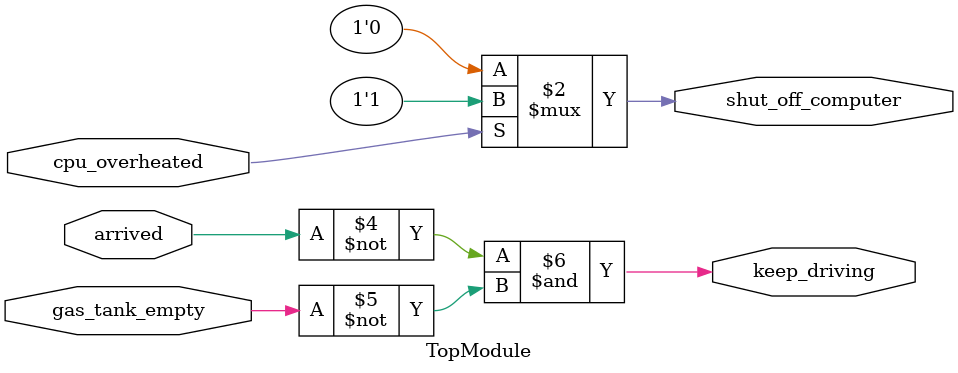
<source format=sv>
module TopModule (
    input logic cpu_overheated,
    output logic shut_off_computer,
    input logic arrived,
    input logic gas_tank_empty,
    output logic keep_driving
);

    always @(*) begin
        shut_off_computer = cpu_overheated ? 1'b1 : 1'b0;
    end

    always @(*) begin
        keep_driving = ~arrived & ~gas_tank_empty;
    end

endmodule
</source>
